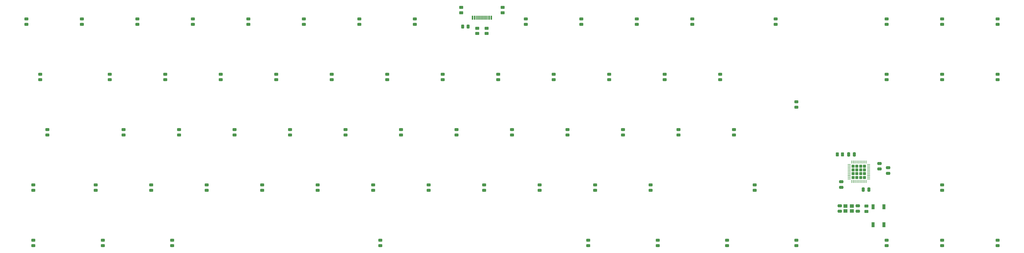
<source format=gbp>
G04 #@! TF.GenerationSoftware,KiCad,Pcbnew,(6.0.2)*
G04 #@! TF.CreationDate,2022-02-17T23:04:49+01:00*
G04 #@! TF.ProjectId,Frooastboard Walnut,46726f6f-6173-4746-926f-617264205761,rev?*
G04 #@! TF.SameCoordinates,Original*
G04 #@! TF.FileFunction,Paste,Bot*
G04 #@! TF.FilePolarity,Positive*
%FSLAX46Y46*%
G04 Gerber Fmt 4.6, Leading zero omitted, Abs format (unit mm)*
G04 Created by KiCad (PCBNEW (6.0.2)) date 2022-02-17 23:04:49*
%MOMM*%
%LPD*%
G01*
G04 APERTURE LIST*
G04 Aperture macros list*
%AMRoundRect*
0 Rectangle with rounded corners*
0 $1 Rounding radius*
0 $2 $3 $4 $5 $6 $7 $8 $9 X,Y pos of 4 corners*
0 Add a 4 corners polygon primitive as box body*
4,1,4,$2,$3,$4,$5,$6,$7,$8,$9,$2,$3,0*
0 Add four circle primitives for the rounded corners*
1,1,$1+$1,$2,$3*
1,1,$1+$1,$4,$5*
1,1,$1+$1,$6,$7*
1,1,$1+$1,$8,$9*
0 Add four rect primitives between the rounded corners*
20,1,$1+$1,$2,$3,$4,$5,0*
20,1,$1+$1,$4,$5,$6,$7,0*
20,1,$1+$1,$6,$7,$8,$9,0*
20,1,$1+$1,$8,$9,$2,$3,0*%
G04 Aperture macros list end*
%ADD10RoundRect,0.243750X0.456250X-0.243750X0.456250X0.243750X-0.456250X0.243750X-0.456250X-0.243750X0*%
%ADD11R,1.100000X1.800000*%
%ADD12RoundRect,0.250000X0.450000X-0.262500X0.450000X0.262500X-0.450000X0.262500X-0.450000X-0.262500X0*%
%ADD13RoundRect,0.250000X0.275000X0.275000X-0.275000X0.275000X-0.275000X-0.275000X0.275000X-0.275000X0*%
%ADD14RoundRect,0.062500X0.475000X0.062500X-0.475000X0.062500X-0.475000X-0.062500X0.475000X-0.062500X0*%
%ADD15RoundRect,0.062500X0.062500X0.475000X-0.062500X0.475000X-0.062500X-0.475000X0.062500X-0.475000X0*%
%ADD16RoundRect,0.250000X-0.475000X0.250000X-0.475000X-0.250000X0.475000X-0.250000X0.475000X0.250000X0*%
%ADD17R,0.600000X1.450000*%
%ADD18R,0.300000X1.450000*%
%ADD19RoundRect,0.250000X-0.262500X-0.450000X0.262500X-0.450000X0.262500X0.450000X-0.262500X0.450000X0*%
%ADD20R,1.400000X1.200000*%
%ADD21RoundRect,0.250000X0.475000X-0.250000X0.475000X0.250000X-0.475000X0.250000X-0.475000X-0.250000X0*%
%ADD22RoundRect,0.250000X0.250000X0.475000X-0.250000X0.475000X-0.250000X-0.475000X0.250000X-0.475000X0*%
%ADD23RoundRect,0.250000X-0.250000X-0.475000X0.250000X-0.475000X0.250000X0.475000X-0.250000X0.475000X0*%
%ADD24RoundRect,0.243750X0.243750X0.456250X-0.243750X0.456250X-0.243750X-0.456250X0.243750X-0.456250X0*%
G04 APERTURE END LIST*
D10*
X174625000Y-84931250D03*
X174625000Y-83056250D03*
X131762500Y-27781250D03*
X131762500Y-25906250D03*
X250825000Y-84931250D03*
X250825000Y-83056250D03*
X279400000Y-65881250D03*
X279400000Y-64006250D03*
X65087500Y-46831250D03*
X65087500Y-44956250D03*
X277018750Y-103981250D03*
X277018750Y-102106250D03*
X231775000Y-84931250D03*
X231775000Y-83056250D03*
X369887500Y-27781250D03*
X369887500Y-25906250D03*
X60325000Y-84931250D03*
X60325000Y-83056250D03*
X136525000Y-84931250D03*
X136525000Y-83056250D03*
X331787500Y-103981250D03*
X331787500Y-102106250D03*
D11*
X327200000Y-90637500D03*
X330900000Y-96837500D03*
X330900000Y-90637500D03*
X327200000Y-96837500D03*
D10*
X43656250Y-65881250D03*
X43656250Y-64006250D03*
X38893750Y-103981250D03*
X38893750Y-102106250D03*
X150812500Y-27781250D03*
X150812500Y-25906250D03*
D12*
X194468750Y-30956250D03*
X194468750Y-29131250D03*
D10*
X350837500Y-27781250D03*
X350837500Y-25906250D03*
D13*
X320312500Y-77931250D03*
X322912500Y-76631250D03*
X322912500Y-79231250D03*
X320312500Y-80531250D03*
X322912500Y-77931250D03*
X320312500Y-79231250D03*
X321612500Y-79231250D03*
X324212500Y-77931250D03*
X324212500Y-80531250D03*
X324212500Y-79231250D03*
X324212500Y-76631250D03*
X321612500Y-76631250D03*
X322912500Y-80531250D03*
X321612500Y-77931250D03*
X320312500Y-76631250D03*
X321612500Y-80531250D03*
D14*
X325600000Y-76081250D03*
X325600000Y-76581250D03*
X325600000Y-77081250D03*
X325600000Y-77581250D03*
X325600000Y-78081250D03*
X325600000Y-78581250D03*
X325600000Y-79081250D03*
X325600000Y-79581250D03*
X325600000Y-80081250D03*
X325600000Y-80581250D03*
X325600000Y-81081250D03*
D15*
X324762500Y-81918750D03*
X324262500Y-81918750D03*
X323762500Y-81918750D03*
X323262500Y-81918750D03*
X322762500Y-81918750D03*
X322262500Y-81918750D03*
X321762500Y-81918750D03*
X321262500Y-81918750D03*
X320762500Y-81918750D03*
X320262500Y-81918750D03*
X319762500Y-81918750D03*
D14*
X318925000Y-81081250D03*
X318925000Y-80581250D03*
X318925000Y-80081250D03*
X318925000Y-79581250D03*
X318925000Y-79081250D03*
X318925000Y-78581250D03*
X318925000Y-78081250D03*
X318925000Y-77581250D03*
X318925000Y-77081250D03*
X318925000Y-76581250D03*
X318925000Y-76081250D03*
D15*
X319762500Y-75243750D03*
X320262500Y-75243750D03*
X320762500Y-75243750D03*
X321262500Y-75243750D03*
X321762500Y-75243750D03*
X322262500Y-75243750D03*
X322762500Y-75243750D03*
X323262500Y-75243750D03*
X323762500Y-75243750D03*
X324262500Y-75243750D03*
X324762500Y-75243750D03*
D10*
X160337500Y-46831250D03*
X160337500Y-44956250D03*
X274637500Y-46831250D03*
X274637500Y-44956250D03*
D12*
X200025000Y-23812500D03*
X200025000Y-21987500D03*
D10*
X300831250Y-103981250D03*
X300831250Y-102106250D03*
X157956250Y-103981250D03*
X157956250Y-102106250D03*
X79375000Y-84931250D03*
X79375000Y-83056250D03*
D16*
X316200000Y-82000000D03*
X316200000Y-83900000D03*
D10*
X300831250Y-56356250D03*
X300831250Y-54481250D03*
X369887500Y-46831250D03*
X369887500Y-44956250D03*
X260350000Y-65881250D03*
X260350000Y-64006250D03*
X141287500Y-46831250D03*
X141287500Y-44956250D03*
X286543750Y-84931250D03*
X286543750Y-83056250D03*
X265112500Y-27781250D03*
X265112500Y-25906250D03*
D17*
X189656250Y-25521250D03*
X190431250Y-25521250D03*
D18*
X191131250Y-25521250D03*
X191631250Y-25521250D03*
X192131250Y-25521250D03*
X192631250Y-25521250D03*
X193131250Y-25521250D03*
X193631250Y-25521250D03*
X194131250Y-25521250D03*
X194631250Y-25521250D03*
D17*
X195331250Y-25521250D03*
X196106250Y-25521250D03*
D10*
X36512500Y-27781250D03*
X36512500Y-25906250D03*
X222250000Y-65881250D03*
X222250000Y-64006250D03*
X155575000Y-84931250D03*
X155575000Y-83056250D03*
X227012500Y-27781250D03*
X227012500Y-25906250D03*
X350837500Y-46831250D03*
X350837500Y-44956250D03*
X198437500Y-46831250D03*
X198437500Y-44956250D03*
X84137500Y-46831250D03*
X84137500Y-44956250D03*
X253206250Y-103981250D03*
X253206250Y-102106250D03*
X62706250Y-103981250D03*
X62706250Y-102106250D03*
X350837500Y-103981250D03*
X350837500Y-102106250D03*
X246062500Y-27781250D03*
X246062500Y-25906250D03*
X165100000Y-65881250D03*
X165100000Y-64006250D03*
X127000000Y-65881250D03*
X127000000Y-64006250D03*
X169862500Y-27781250D03*
X169862500Y-25906250D03*
X331787500Y-27781250D03*
X331787500Y-25906250D03*
X112712500Y-27781250D03*
X112712500Y-25906250D03*
X93662500Y-27781250D03*
X93662500Y-25906250D03*
X207962500Y-27781250D03*
X207962500Y-25906250D03*
D12*
X185737500Y-23812500D03*
X185737500Y-21987500D03*
D19*
X314875000Y-72600000D03*
X316700000Y-72600000D03*
D10*
X229393750Y-103981250D03*
X229393750Y-102106250D03*
D20*
X317700000Y-90387500D03*
X319900000Y-90387500D03*
X319900000Y-92087500D03*
X317700000Y-92087500D03*
D10*
X88900000Y-65881250D03*
X88900000Y-64006250D03*
D21*
X321900000Y-92187500D03*
X321900000Y-90287500D03*
D10*
X255587500Y-46831250D03*
X255587500Y-44956250D03*
D22*
X325700000Y-84700000D03*
X323800000Y-84700000D03*
D10*
X98425000Y-84931250D03*
X98425000Y-83056250D03*
X122237500Y-46831250D03*
X122237500Y-44956250D03*
D12*
X324900000Y-92200000D03*
X324900000Y-90375000D03*
D10*
X86518750Y-103981250D03*
X86518750Y-102106250D03*
X103187500Y-46831250D03*
X103187500Y-44956250D03*
X217487500Y-46831250D03*
X217487500Y-44956250D03*
X74612500Y-27781250D03*
X74612500Y-25906250D03*
X41275000Y-46831250D03*
X41275000Y-44956250D03*
X69850000Y-65881250D03*
X69850000Y-64006250D03*
X55562500Y-27781250D03*
X55562500Y-25906250D03*
X241300000Y-65881250D03*
X241300000Y-64006250D03*
X193675000Y-84931250D03*
X193675000Y-83056250D03*
D23*
X318800000Y-72600000D03*
X320700000Y-72600000D03*
D10*
X236537500Y-46831250D03*
X236537500Y-44956250D03*
X331787500Y-46831250D03*
X331787500Y-44956250D03*
X350837500Y-84931250D03*
X350837500Y-83056250D03*
X146050000Y-65881250D03*
X146050000Y-64006250D03*
D24*
X188118750Y-28575000D03*
X186243750Y-28575000D03*
D10*
X107950000Y-65881250D03*
X107950000Y-64006250D03*
D16*
X329400000Y-75700000D03*
X329400000Y-77600000D03*
X332300000Y-77200000D03*
X332300000Y-79100000D03*
X315700000Y-90287500D03*
X315700000Y-92187500D03*
D10*
X293687500Y-27781250D03*
X293687500Y-25906250D03*
X369887500Y-103981250D03*
X369887500Y-102106250D03*
X117475000Y-84931250D03*
X117475000Y-83056250D03*
X184150000Y-65881250D03*
X184150000Y-64006250D03*
X38893750Y-84931250D03*
X38893750Y-83056250D03*
X203200000Y-65881250D03*
X203200000Y-64006250D03*
D12*
X191293750Y-30956250D03*
X191293750Y-29131250D03*
D10*
X179387500Y-46831250D03*
X179387500Y-44956250D03*
X212725000Y-84931250D03*
X212725000Y-83056250D03*
M02*

</source>
